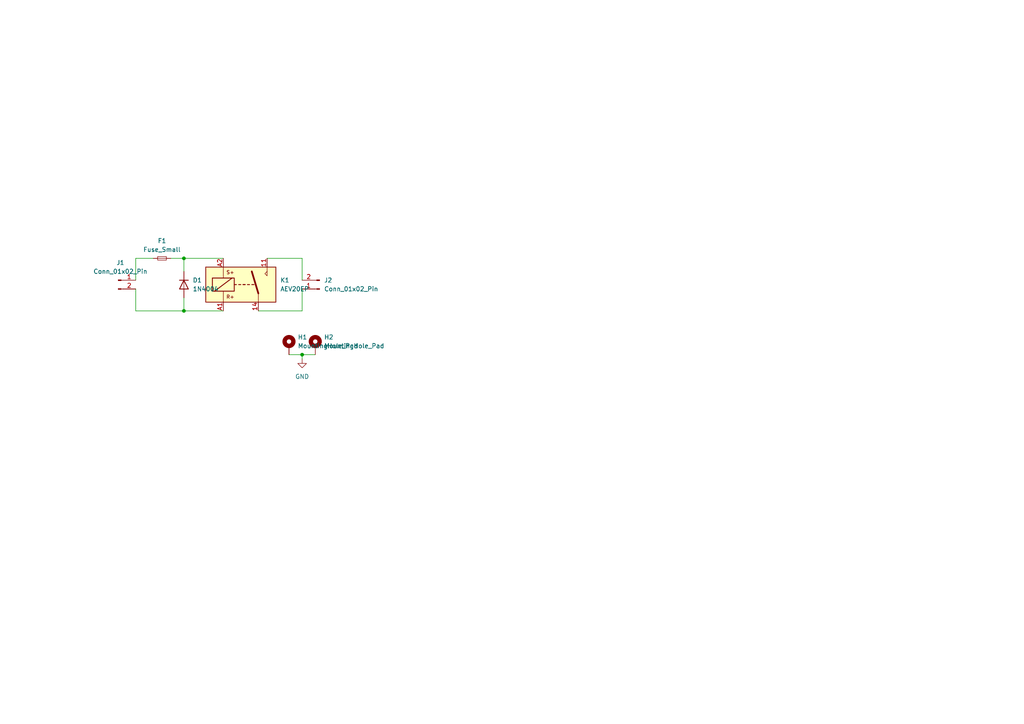
<source format=kicad_sch>
(kicad_sch (version 20230121) (generator eeschema)
  (paper "A4")
  (lib_symbols
    (symbol "AEV20E:AEV20EP"
      (property "Reference" "K" (at 11.43 3.81 0))
      (property "Value" "AEV20EP" (at 13.97 1.27 0))
      (symbol "AEV20EP_1_1"
        (rectangle (start -10.16 5.08) (end 10.16 -5.08) (stroke (width 0.254)) (fill (type background)))
        (rectangle (start -8.255 1.905) (end -1.905 -1.905) (stroke (width 0.254)))
        (polyline (pts (xy -7.62 -1.905) (xy -2.54 1.905)) (stroke (width 0.254)))
        (polyline (pts (xy -5.08 -5.08) (xy -5.08 -1.905)))
        (polyline (pts (xy -5.08 5.08) (xy -5.08 1.905)))
        (polyline (pts (xy -1.905 0) (xy -1.27 0)) (stroke (width 0.254)))
        (polyline (pts (xy -0.635 0) (xy 0 0)) (stroke (width 0.254)))
        (polyline (pts (xy 0.635 0) (xy 1.27 0)) (stroke (width 0.254)))
        (polyline (pts (xy 0.635 0) (xy 1.27 0)) (stroke (width 0.254)))
        (polyline (pts (xy 1.905 0) (xy 2.54 0)) (stroke (width 0.254)))
        (polyline (pts (xy 3.175 0) (xy 3.81 0)) (stroke (width 0.254)))
        (polyline (pts (xy 5.08 -2.54) (xy 3.175 3.81)) (stroke (width 0.508)))
        (polyline (pts (xy 5.08 -2.54) (xy 5.08 -5.08)))
        (polyline (pts (xy 7.62 3.81) (xy 7.62 5.08)))
        (polyline (pts (xy 7.62 3.81) (xy 7.62 2.54) (xy 6.985 3.175) (xy 7.62 3.81)))
        (text "R+" (at -3.048 -3.556 0) (effects (font (size 1.016 1.016))))
        (text "S+" (at -3.048 3.556 0) (effects (font (size 1.016 1.016))))
        (pin passive line (at 7.62 7.62 270) (length 2.54) (name "~") (number "11"))
        (pin passive line (at 5.08 -7.62 90) (length 2.54) (name "~") (number "14"))
        (pin passive line (at -5.08 -7.62 90) (length 2.54) (name "~") (number "A1"))
        (pin passive line (at -5.08 7.62 270) (length 2.54) (name "~") (number "A2"))
      )
    )
    (symbol "Connector:Conn_01x02_Pin" (pin_names (offset 1.016) hide)
      (property "Reference" "J" (at 0 2.54 0))
      (property "Value" "Conn_01x02_Pin" (at 0 -5.08 0))
      (symbol "Conn_01x02_Pin_1_1"
        (polyline (pts (xy 1.27 -2.54) (xy 0.8636 -2.54)) (stroke (width 0.1524)))
        (polyline (pts (xy 1.27 0) (xy 0.8636 0)) (stroke (width 0.1524)))
        (rectangle (start 0.8636 -2.413) (end 0 -2.667) (stroke (width 0.1524)) (fill (type outline)))
        (rectangle (start 0.8636 0.127) (end 0 -0.127) (stroke (width 0.1524)) (fill (type outline)))
        (pin passive line (at 5.08 0 180) (length 3.81) (name "Pin_1") (number "1"))
        (pin passive line (at 5.08 -2.54 180) (length 3.81) (name "Pin_2") (number "2"))
      )
    )
    (symbol "Device:Fuse_Small" (pin_numbers hide) (pin_names (offset 0.254) hide)
      (property "Reference" "F" (at 0 -1.524 0))
      (property "Value" "Fuse_Small" (at 0 1.524 0))
      (symbol "Fuse_Small_0_1"
        (rectangle (start -1.27 0.508) (end 1.27 -0.508))
        (polyline (pts (xy -1.27 0) (xy 1.27 0)))
      )
      (symbol "Fuse_Small_1_1"
        (pin passive line (at -2.54 0 0) (length 1.27) (name "~") (number "1"))
        (pin passive line (at 2.54 0 180) (length 1.27) (name "~") (number "2"))
      )
    )
    (symbol "Diode:1N4004" (pin_numbers hide) (pin_names hide)
      (property "Reference" "D" (at 0 2.54 0))
      (property "Value" "1N4004" (at 0 -2.54 0))
      (symbol "1N4004_0_1"
        (polyline (pts (xy -1.27 1.27) (xy -1.27 -1.27)) (stroke (width 0.254)))
        (polyline (pts (xy 1.27 0) (xy -1.27 0)))
        (polyline (pts (xy 1.27 1.27) (xy 1.27 -1.27) (xy -1.27 0) (xy 1.27 1.27)) (stroke (width 0.254)))
      )
      (symbol "1N4004_1_1"
        (pin passive line (at -3.81 0 0) (length 2.54) (name "K") (number "1"))
        (pin passive line (at 3.81 0 180) (length 2.54) (name "A") (number "2"))
      )
    )
    (symbol "Mechanical:MountingHole_Pad" (pin_numbers hide) (pin_names (offset 1.016) hide)
      (property "Reference" "H" (at 0 6.35 0))
      (property "Value" "MountingHole_Pad" (at 0 4.445 0))
      (symbol "MountingHole_Pad_0_1"
        (circle (center 0 1.27) (radius 1.27) (stroke (width 1.27)))
      )
      (symbol "MountingHole_Pad_1_1"
        (pin input line (at 0 -2.54 90) (length 2.54) (name "1") (number "1"))
      )
    )
    (symbol "power:GND" (power) (pin_names (offset 0))
      (property "Value" "GND" (at 0 -3.81 0))
      (symbol "GND_0_1"
        (polyline (pts (xy 0 0) (xy 0 -1.27) (xy 1.27 -1.27) (xy 0 -2.54) (xy -1.27 -1.27) (xy 0 -1.27)))
      )
      (symbol "GND_1_1"
        (pin power_in line (at 0 0 270) (length 0) hide (name "GND") (number "1"))
      )
    )
  )
  (junction (at 53.34 90.17))
  (junction (at 53.34 74.93))
  (junction (at 87.63 102.87))
  (wire (pts (xy 39.37 90.17) (xy 53.34 90.17)))
  (wire (pts (xy 87.63 102.87) (xy 87.63 104.14)))
  (wire (pts (xy 53.34 74.93) (xy 64.77 74.93)))
  (wire (pts (xy 87.63 102.87) (xy 91.44 102.87)))
  (wire (pts (xy 39.37 74.93) (xy 39.37 81.28)))
  (wire (pts (xy 87.63 83.82) (xy 87.63 90.17)))
  (wire (pts (xy 39.37 83.82) (xy 39.37 90.17)))
  (wire (pts (xy 49.53 74.93) (xy 53.34 74.93)))
  (wire (pts (xy 77.47 74.93) (xy 87.63 74.93)))
  (wire (pts (xy 74.93 90.17) (xy 87.63 90.17)))
  (wire (pts (xy 39.37 74.93) (xy 44.45 74.93)))
  (wire (pts (xy 83.82 102.87) (xy 87.63 102.87)))
  (wire (pts (xy 87.63 74.93) (xy 87.63 81.28)))
  (wire (pts (xy 53.34 74.93) (xy 53.34 78.74)))
  (wire (pts (xy 53.34 90.17) (xy 64.77 90.17)))
  (wire (pts (xy 53.34 86.36) (xy 53.34 90.17)))
  (symbol (lib_id "AEV20E:AEV20EP") (at 69.85 82.55 0) (unit 1)
    (property "Reference" "K1" (at 81.28 81.28 0) (effects (justify left)))
    (property "Value" "AEV20EP" (at 81.28 83.82 0) (effects (justify left)))
    (property "Footprint" "Library:AEV20EP" (effects hide))
  )
  (symbol (lib_id "Device:Fuse_Small") (at 46.99 74.93 0) (unit 1)
    (property "Reference" "F1" (at 46.99 69.85 0))
    (property "Value" "Fuse_Small" (at 46.99 72.39 0))
    (property "Footprint" "Fuse:Fuse_0805_2012Metric" (effects hide))
  )
  (symbol (lib_id "Diode:1N4004") (at 53.34 82.55 270) (unit 1)
    (property "Reference" "D1" (at 55.88 81.28 90) (effects (justify left)))
    (property "Value" "1N4004" (at 55.88 83.82 90) (effects (justify left)))
    (property "Footprint" "Diode_THT:D_DO-41_SOD81_P10.16mm_Horizontal" (effects hide))
    (property "Datasheet" "http://www.vishay.com/docs/88503/1n4001.pdf" (effects hide))
    (property "Sim.Device" "D" (effects hide))
    (property "Sim.Pins" "1=K 2=A" (effects hide))
  )
  (symbol (lib_id "Connector:Conn_01x02_Pin") (at 34.29 81.28 0) (unit 1)
    (property "Reference" "J1" (at 34.925 76.2 0))
    (property "Value" "Conn_01x02_Pin" (at 34.925 78.74 0))
    (property "Footprint" "Library:43045-02YY" (effects hide))
  )
  (symbol (lib_id "Mechanical:MountingHole_Pad") (at 91.44 100.33 0) (unit 1)
    (property "Reference" "H2" (at 93.98 97.79 0) (effects (justify left)))
    (property "Value" "MountingHole_Pad" (at 93.98 100.33 0) (effects (justify left)))
    (property "Footprint" "MountingHole:MountingHole_3.2mm_M3_ISO7380_Pad_TopBottom" (effects hide))
  )
  (symbol (lib_id "Mechanical:MountingHole_Pad") (at 83.82 100.33 0) (unit 1)
    (property "Reference" "H1" (at 86.36 97.79 0) (effects (justify left)))
    (property "Value" "MountingHole_Pad" (at 86.36 100.33 0) (effects (justify left)))
    (property "Footprint" "MountingHole:MountingHole_3.2mm_M3_ISO7380_Pad_TopBottom" (effects hide))
  )
  (symbol (lib_id "power:GND") (at 87.63 104.14 0) (unit 1)
    (property "Reference" "#PWR01" (effects hide))
    (property "Value" "GND" (at 87.63 109.22 0))
  )
  (symbol (lib_id "Connector:Conn_01x02_Pin") (at 92.71 83.82 180) (unit 1)
    (property "Reference" "J2" (at 93.98 81.28 0) (effects (justify right)))
    (property "Value" "Conn_01x02_Pin" (at 93.98 83.82 0) (effects (justify right)))
    (property "Footprint" "Library:43045-02YY" (effects hide))
  )
)
</source>
